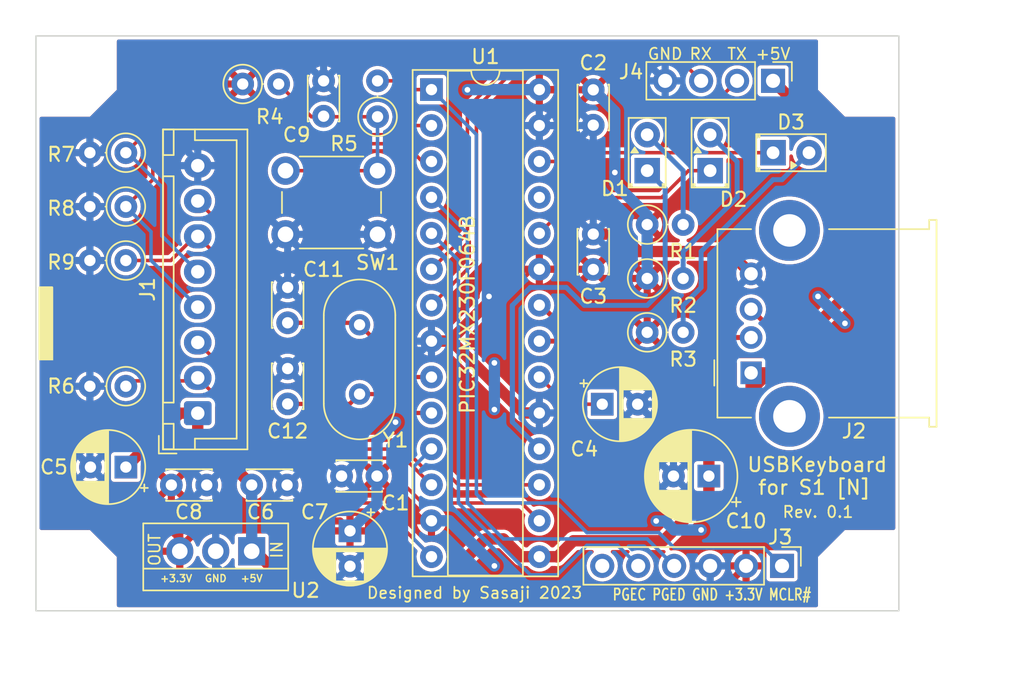
<source format=kicad_pcb>
(kicad_pcb (version 20211014) (generator pcbnew)
  (title_block (title "USBKeyboard4S1 N") (date "2023-04-19") (rev "0.1") (comment 1 "Designed by Sasaji 2023") (comment 2 "Supported Case is TAKACHI SW-65"))
  (layers (0 "F.Cu" signal) (31 "B.Cu" signal) (34 "B.Paste" user) (35 "F.Paste" user) (36 "B.SilkS" user "B.Silkscreen") (37 "F.SilkS" user "F.Silkscreen") (38 "B.Mask" user) (39 "F.Mask" user) (44 "Edge.Cuts" user))
  (net 0 "")
  (net 1 "+3.3V")
  (net 2 "GND")
  (net 3 "Net-(C4-Pad1)")
  (net 4 "+5V")
  (net 5 "Net-(C9-Pad2)")
  (net 6 "OSCI")
  (net 7 "OSCO")
  (net 8 "KATA_LED")
  (net 9 "/KATA_LED_V")
  (net 10 "HIRA_LED")
  (net 11 "/HIRA_LED_V")
  (net 12 "CAPS_LED")
  (net 13 "/CAPS_LED_V")
  (net 14 "HPP")
  (net 15 "Y")
  (net 16 "KRES2")
  (net 17 "KRES1")
  (net 18 "LED")
  (net 19 "BREAK")
  (net 20 "D-")
  (net 21 "D+")
  (net 23 "~{MCLR}")
  (net 24 "PGED")
  (net 25 "PGEC")
  (net 27 "U1RX")
  (net 28 "U1TX")
  (footprint "Connector_PinHeader_2.54mm:PinHeader_1x04_P2.54mm_Vertical" (layer "F.Cu") (at 157.48 69.215 -90)
    (fp_text reference "J4")
    (fp_text value "Conn_01x04")
  )
  (footprint "Package_TO_SOT_THT:TO-262-3_Vertical" (layer "F.Cu") (at 120.65 102.47 180)
    (fp_text reference "U2")
    (fp_text value "LP2950-3.3_TO252")
  )
  (footprint "Capacitor_THT:C_Disc_D3.0mm_W2.0mm_P2.50mm" (layer "F.Cu") (at 117.475 97.79 180)
    (fp_text reference "C8")
    (fp_text value "0.1u")
  )
  (footprint "Capacitor_THT:CP_Radial_D5.0mm_P2.50mm" (layer "F.Cu") (at 127.595 101.029888 -90)
    (fp_text reference "C7")
    (fp_text value "47u")
  )
  (footprint "LED_THT:LED_D2.0mm_W4.8mm_H2.5mm_FlatTop" (layer "F.Cu") (at 148.59 75.565 90)
    (fp_text reference "D1")
    (fp_text value "LED Red")
  )
  (footprint "MountingHole:MountingHole_2.2mm_M2" (layer "F.Cu") (at 108.585 69.215)
    (fp_text reference "REF**" hide)
    (fp_text value "MountingHole_2.2mm_M2" hide)
  )
  (footprint "Capacitor_THT:C_Disc_D3.0mm_W2.0mm_P2.50mm" (layer "F.Cu") (at 123.15 97.79 180)
    (fp_text reference "C6")
    (fp_text value "0.1u")
  )
  (footprint "MountingHole:MountingHole_2.2mm_M2" (layer "F.Cu") (at 163.195 69.215)
    (fp_text reference "REF**" hide)
    (fp_text value "MountingHole_2.2mm_M2" hide)
  )
  (footprint "Resistor_THT:R_Axial_DIN0207_L6.3mm_D2.5mm_P2.54mm_Vertical" (layer "F.Cu") (at 120.015 69.44)
    (fp_text reference "R4")
    (fp_text value "10k")
  )
  (footprint "Resistor_THT:R_Axial_DIN0207_L6.3mm_D2.5mm_P2.54mm_Vertical" (layer "F.Cu") (at 111.76 74.295 180)
    (fp_text reference "R7")
    (fp_text value "10k")
  )
  (footprint "Crystal:Crystal_HC18-U_Vertical" (layer "F.Cu") (at 128.27 91.36 90)
    (fp_text reference "Y1")
    (fp_text value "12MHz")
  )
  (footprint "Capacitor_THT:C_Disc_D3.0mm_W2.0mm_P2.50mm" (layer "F.Cu") (at 129.5 97.155 180)
    (fp_text reference "C1")
    (fp_text value "1u")
  )
  (footprint "Connector_PinHeader_2.54mm:PinHeader_1x06_P2.54mm_Vertical" (layer "F.Cu") (at 158.115 103.505 -90)
    (fp_text reference "J3")
    (fp_text value "Conn_01x06")
  )
  (footprint "Resistor_THT:R_Axial_DIN0207_L6.3mm_D2.5mm_P2.54mm_Vertical" (layer "F.Cu") (at 129.54 71.755 90)
    (fp_text reference "R5")
    (fp_text value "1k")
  )
  (footprint "Capacitor_THT:C_Disc_D3.0mm_W2.0mm_P2.50mm" (layer "F.Cu") (at 144.78 69.85 -90)
    (fp_text reference "C2")
    (fp_text value "0.1u")
  )
  (footprint "MountingHole:MountingHole_2.2mm_M2" (layer "F.Cu") (at 163.195 103.505)
    (fp_text reference "REF**" hide)
    (fp_text value "MountingHole_2.2mm_M2" hide)
  )
  (footprint "Capacitor_THT:CP_Radial_D6.3mm_P2.50mm" (layer "F.Cu") (at 152.94738 97.155 180)
    (fp_text reference "C10")
    (fp_text value "100u")
  )
  (footprint "MyLibrary:USB_A_Horizontal" (layer "F.Cu") (at 155.93 89.86 90)
    (fp_text reference "J2")
    (fp_text value "USB_A")
  )
  (footprint "Capacitor_THT:C_Disc_D3.0mm_W2.0mm_P2.50mm" (layer "F.Cu") (at 144.78 82.55 90)
    (fp_text reference "C3")
    (fp_text value "1u")
  )
  (footprint "Resistor_THT:R_Axial_DIN0207_L6.3mm_D2.5mm_P2.54mm_Vertical" (layer "F.Cu") (at 111.76 90.805 180)
    (fp_text reference "R6")
    (fp_text value "10k")
  )
  (footprint "Capacitor_THT:CP_Radial_D5.0mm_P2.50mm" (layer "F.Cu") (at 145.415 92.075)
    (fp_text reference "C4")
    (fp_text value "10u")
  )
  (footprint "Resistor_THT:R_Axial_DIN0207_L6.3mm_D2.5mm_P2.54mm_Vertical" (layer "F.Cu") (at 148.59 79.375)
    (fp_text reference "R1")
    (fp_text value "330")
  )
  (footprint "LED_THT:LED_D2.0mm_W4.8mm_H2.5mm_FlatTop" (layer "F.Cu") (at 157.48 74.295)
    (fp_text reference "D3")
    (fp_text value "LED Red")
  )
  (footprint "Package_DIP:DIP-28_W7.62mm_Socket" (layer "F.Cu") (at 133.35 69.835)
    (fp_text reference "U1")
    (fp_text value "PIC32MX230F064B")
  )
  (footprint "Capacitor_THT:CP_Radial_D5.0mm_P2.50mm" (layer "F.Cu") (at 111.76 96.52 180)
    (fp_text reference "C5")
    (fp_text value "47u")
  )
  (footprint "Resistor_THT:R_Axial_DIN0207_L6.3mm_D2.5mm_P2.54mm_Vertical" (layer "F.Cu") (at 111.76 78.105 180)
    (fp_text reference "R8")
    (fp_text value "10k")
  )
  (footprint "Resistor_THT:R_Axial_DIN0207_L6.3mm_D2.5mm_P2.54mm_Vertical" (layer "F.Cu") (at 148.59 86.995)
    (fp_text reference "R3")
    (fp_text value "330")
  )
  (footprint "Capacitor_THT:C_Disc_D3.0mm_W2.0mm_P2.50mm" (layer "F.Cu") (at 123.19 83.82 -90)
    (fp_text reference "C11")
    (fp_text value "22p")
  )
  (footprint "Capacitor_THT:C_Disc_D3.0mm_W2.0mm_P2.50mm" (layer "F.Cu") (at 125.73 69.215 -90)
    (fp_text reference "C9")
    (fp_text value "0.1u")
  )
  (footprint "Resistor_THT:R_Axial_DIN0207_L6.3mm_D2.5mm_P2.54mm_Vertical" (layer "F.Cu") (at 111.76 81.915 180)
    (fp_text reference "R9")
    (fp_text value "10k")
  )
  (footprint "Button_Switch_THT:SW_PUSH_6mm" (layer "F.Cu") (at 129.54 80.065 180)
    (fp_text reference "SW1")
    (fp_text value "SW_Push_Dual")
  )
  (footprint "LED_THT:LED_D2.0mm_W4.8mm_H2.5mm_FlatTop" (layer "F.Cu") (at 153.035 75.565 90)
    (fp_text reference "D2")
    (fp_text value "LED Green")
  )
  (footprint "Resistor_THT:R_Axial_DIN0207_L6.3mm_D2.5mm_P2.54mm_Vertical" (layer "F.Cu") (at 148.59 83.185)
    (fp_text reference "R2")
    (fp_text value "220")
  )
  (footprint "MountingHole:MountingHole_2.2mm_M2" (layer "F.Cu") (at 108.585 103.505)
    (fp_text reference "REF**" hide)
    (fp_text value "MountingHole_2.2mm_M2" hide)
  )
  (footprint "Capacitor_THT:C_Disc_D3.0mm_W2.0mm_P2.50mm" (layer "F.Cu") (at 123.19 89.555 -90)
    (fp_text reference "C12")
    (fp_text value "22p")
  )
  (footprint "Connector_JST:JST_XH_B8B-XH-A_1x08_P2.50mm_Vertical" (layer "F.Cu") (at 116.84 92.71 90)
    (fp_text reference "J1")
    (fp_text value "Conn_01x08")
  )
  (gr_poly (pts (xy 152.4 74.295) (xy 151.892 74.295) (xy 152.146 73.914)) (layer "F.SilkS") (width 0.1) (fill solid))
  (gr_poly (pts (xy 159.131 75.185954) (xy 158.75 75.439954) (xy 158.75 74.931954)) (layer "F.SilkS") (width 0.1) (fill solid))
  (gr_poly (pts (xy 147.955 74.295) (xy 147.447 74.295) (xy 147.701 73.914)) (layer "F.SilkS") (width 0.1) (fill solid))
  (gr_poly (pts (xy 106.553 88.9) (xy 105.664 88.9) (xy 105.664 83.82) (xy 106.553 83.82)) (layer "F.SilkS") (width 0.15) (fill solid))
  (gr_rect (start 105.41 66.04) (end 166.37 106.68) (layer "Edge.Cuts") (width 0.1) (fill none))
  (gr_text "USBKeyboard\n for S1 [N]" (at 155.575 97.155) (layer "F.SilkS") (effects (font (size 1 1)) (justify left)))
  (gr_text "Rev. 0.1" (at 160.655 99.695) (layer "F.SilkS") (effects (font (size 0.8 0.8) (thickness 0.12))))
  (gr_text "Designed by Sasaji 2023" (at 136.398 105.41) (layer "F.SilkS") (effects (font (size 0.8 0.8) (thickness 0.12))))
  (segment (start 144.765 82.535) (end 144.78 82.55) (width 0.5) (layer "F.Cu") (net 1))
  (segment (start 149.225 100.33) (end 147.701 100.33) (width 0.3) (layer "F.Cu") (net 1))
  (segment (start 140.335 96.52) (end 137.795 93.98) (width 0.3) (layer "F.Cu") (net 1))
  (segment (start 155.575 100.965) (end 155.575 103.505) (width 0.3) (layer "F.Cu") (net 1))
  (segment (start 106.68 97.536) (end 106.68 74.168) (width 0.5) (layer "F.Cu") (net 1))
  (segment (start 143.51 78.74) (end 142.875 79.375) (width 0.5) (layer "F.Cu") (net 1))
  (segment (start 131.445 93.98) (end 130.81 93.345) (width 0.3) (layer "F.Cu") (net 1))
  (segment (start 135.89 67.31) (end 135.89 69.85) (width 0.5) (layer "F.Cu") (net 1))
  (segment (start 142.875 82.52) (end 142.86 82.535) (width 0.5) (layer "F.Cu") (net 1))
  (segment (start 160.26 84.06) (end 160.655 84.455) (width 0.3) (layer "F.Cu") (net 1))
  (segment (start 140.97 82.535) (end 142.86 82.535) (width 0.5) (layer "F.Cu") (net 1))
  (segment (start 139.7 105.41) (end 153.67 105.41) (width 0.5) (layer "F.Cu") (net 1))
  (segment (start 153.67 85.09) (end 154.7 84.06) (width 0.3) (layer "F.Cu") (net 1))
  (segment (start 137.795 93.98) (end 137.795 92.456) (width 0.3) (layer "F.Cu") (net 1))
  (segment (start 132.7 100.315) (end 132.08 99.695) (width 0.5) (layer "F.Cu") (net 1))
  (segment (start 122.145 67.31) (end 135.89 67.31) (width 0.5) (layer "F.Cu") (net 1))
  (segment (start 144.78 82.55) (end 145.415 83.185) (width 0.5) (layer "F.Cu") (net 1))
  (segment (start 114.975 97.79) (end 113.07 99.695) (width 0.5) (layer "F.Cu") (net 1))
  (segment (start 115.57 102.47) (end 115.57 101.6) (width 0.5) (layer "F.Cu") (net 1))
  (segment (start 145.415 83.185) (end 148.59 83.185) (width 0.5) (layer "F.Cu") (net 1))
  (segment (start 143.891 96.52) (end 140.335 96.52) (width 0.3) (layer "F.Cu") (net 1))
  (segment (start 137.795 103.505) (end 139.7 105.41) (width 0.5) (layer "F.Cu") (net 1))
  (segment (start 140.985 69.85) (end 140.97 69.835) (width 0.5) (layer "F.Cu") (net 1))
  (segment (start 126.895112 100.33) (end 117.475 100.33) (width 0.5) (layer "F.Cu") (net 1))
  (segment (start 142.875 79.375) (end 142.875 82.52) (width 0.5) (layer "F.Cu") (net 1))
  (segment (start 153.67 105.41) (end 155.575 103.505) (width 0.5) (layer "F.Cu") (net 1))
  (segment (start 148.59 86.995) (end 148.59 83.185) (width 0.5) (layer "F.Cu") (net 1))
  (segment (start 154.7 84.06) (end 160.26 84.06) (width 0.3) (layer "F.Cu") (net 1))
  (segment (start 111.76 72.39) (end 114.71 69.44) (width 0.5) (layer "F.Cu") (net 1))
  (segment (start 147.955 78.74) (end 143.51 78.74) (width 0.5) (layer "F.Cu") (net 1))
  (segment (start 120.015 69.44) (end 122.145 67.31) (width 0.5) (layer "F.Cu") (net 1))
  (segment (start 132.08 99.695) (end 132.04 99.695) (width 0.5) (layer "F.Cu") (net 1))
  (segment (start 115.57 102.235) (end 115.57 102.47) (width 0.5) (layer "F.Cu") (net 1))
  (segment (start 114.975 100.925) (end 114.975 97.79) (width 0.5) (layer "F.Cu") (net 1))
  (segment (start 142.86 82.535) (end 144.765 82.535) (width 0.5) (layer "F.Cu") (net 1))
  (segment (start 108.458 72.39) (end 111.76 72.39) (width 0.5) (layer "F.Cu") (net 1))
  (segment (start 148.59 79.375) (end 147.955 78.74) (width 0.5) (layer "F.Cu") (net 1))
  (segment (start 138.43 84.582) (end 140.477 82.535) (width 0.3) (layer "F.Cu") (net 1))
  (segment (start 136.271 93.98) (end 131.445 93.98) (width 0.3) (layer "F.Cu") (net 1))
  (segment (start 114.71 69.44) (end 120.015 69.44) (width 0.5) (layer "F.Cu") (net 1))
  (segment (start 162.56 86.36) (end 163.195 86.995) (width 0.3) (layer "F.Cu") (net 1))
  (segment (start 137.795 92.456) (end 136.271 93.98) (width 0.3) (layer "F.Cu") (net 1))
  (segment (start 147.701 100.33) (end 143.891 96.52) (width 0.3) (layer "F.Cu") (net 1))
  (segment (start 148.59 83.185) (end 150.495 85.09) (width 0.3) (layer "F.Cu") (net 1))
  (segment (start 144.78 69.85) (end 140.985 69.85) (width 0.5) (layer "F.Cu") (net 1))
  (segment (start 163.195 93.345) (end 155.575 100.965) (width 0.3) (layer "F.Cu") (net 1))
  (segment (start 108.839 99.695) (end 106.68 97.536) (width 0.5) (layer "F.Cu") (net 1))
  (segment (start 117.475 100.33) (end 115.57 102.235) (width 0.5) (layer "F.Cu") (net 1))
  (segment (start 115.57 101.6) (end 114.935 100.965) (width 0.5) (layer "F.Cu") (net 1))
  (segment (start 106.68 74.168) (end 108.458 72.39) (width 0.5) (layer "F.Cu") (net 1))
  (segment (start 114.935 100.965) (end 114.975 100.925) (width 0.5) (layer "F.Cu") (net 1))
  (segment (start 113.07 99.695) (end 108.839 99.695) (width 0.5) (layer "F.Cu") (net 1))
  (segment (start 155.575 100.965) (end 152.4 100.965) (width 0.3) (layer "F.Cu") (net 1))
  (segment (start 132.04 99.695) (end 129.5 97.155) (width 0.5) (layer "F.Cu") (net 1))
  (segment (start 150.495 85.09) (end 153.67 85.09) (width 0.3) (layer "F.Cu") (net 1))
  (segment (start 163.195 86.995) (end 163.195 93.345) (width 0.3) (layer "F.Cu") (net 1))
  (segment (start 133.35 100.315) (end 132.7 100.315) (width 0.5) (layer "F.Cu") (net 1))
  (segment (start 127.595 101.029888) (end 126.895112 100.33) (width 0.5) (layer "F.Cu") (net 1))
  (segment (start 138.43 88.519) (end 138.43 84.582) (width 0.3) (layer "F.Cu") (net 1))
  (segment (start 140.477 82.535) (end 140.97 82.535) (width 0.3) (layer "F.Cu") (net 1))
  (segment (start 137.795 89.154) (end 138.43 88.519) (width 0.3) (layer "F.Cu") (net 1))
  (via (at 130.81 93.345) (size 0.8) (drill 0.4) (layers "F.Cu" "B.Cu") (net 1))
  (via (at 160.655 84.455) (size 0.8) (drill 0.4) (layers "F.Cu" "B.Cu") (net 1))
  (via (at 146.304 75.692) (size 0.8) (drill 0.4) (layers "F.Cu" "B.Cu") (net 1))
  (via (at 137.795 92.456) (size 0.8) (drill 0.4) (layers "F.Cu" "B.Cu") (net 1))
  (via (at 135.89 69.85) (size 0.8) (drill 0.4) (layers "F.Cu" "B.Cu") (net 1))
  (via (at 137.795 103.505) (size 0.8) (drill 0.4) (layers "F.Cu" "B.Cu") (net 1))
  (via (at 162.56 86.36) (size 0.8) (drill 0.4) (layers "F.Cu" "B.Cu") (net 1))
  (via (at 137.795 89.154) (size 0.8) (drill 0.4) (layers "F.Cu" "B.Cu") (net 1))
  (via (at 149.225 100.33) (size 0.8) (drill 0.4) (layers "F.Cu" "B.Cu") (net 1))
  (via (at 152.4 100.965) (size 0.8) (drill 0.4) (layers "F.Cu" "B.Cu") (net 1))
  (segment (start 146.304 75.692) (end 146.304 71.374) (width 0.8) (layer "B.Cu") (net 1))
  (segment (start 127.595 101.005) (end 127.595 101.029888) (width 0.5) (layer "B.Cu") (net 1))
  (segment (start 129.5 97.155) (end 129.5 99.1) (width 0.8) (layer "B.Cu") (net 1))
  (segment (start 135.905 69.835) (end 140.97 69.835) (width 0.8) (layer "B.Cu") (net 1))
  (segment (start 149.86 100.33) (end 149.225 100.33) (width 0.8) (layer "B.Cu") (net 1))
  (segment (start 160.655 84.455) (end 162.56 86.36) (width 0.8) (layer "B.Cu") (net 1))
  (segment (start 135.89 69.85) (end 135.905 69.835) (width 0.5) (layer "B.Cu") (net 1))
  (segment (start 148.59 79.375) (end 148.59 83.185) (width 0.8) (layer "B.Cu") (net 1))
  (segment (start 150.495 100.965) (end 149.86 100.33) (width 0.8) (layer "B.Cu") (net 1))
  (segment (start 146.304 76.454) (end 146.304 75.692) (width 0.8) (layer "B.Cu") (net 1))
  (segment (start 129.5 94.655) (end 130.81 93.345) (width 0.8) (layer "B.Cu") (net 1))
  (segment (start 148.59 78.74) (end 146.304 76.454) (width 0.8) (layer "B.Cu") (net 1))
  (segment (start 137.795 92.456) (end 137.795 89.154) (width 0.8) (layer "B.Cu") (net 1))
  (segment (start 152.4 100.965) (end 150.495 100.965) (width 0.8) (layer "B.Cu") (net 1))
  (segment (start 133.35 100.315) (end 133.97 100.315) (width 0.5) (layer "B.Cu") (net 1))
  (segment (start 134.605 100.315) (end 133.97 100.315) (width 0.8) (layer "B.Cu") (net 1))
  (segment (start 129.5 97.155) (end 129.5 94.655) (width 0.8) (layer "B.Cu") (net 1))
  (segment (start 137.795 103.505) (end 134.605 100.315) (width 0.8) (layer "B.Cu") (net 1))
  (segment (start 129.5 99.1) (end 127.595 101.005) (width 0.8) (layer "B.Cu") (net 1))
  (segment (start 146.304 71.374) (end 144.78 69.85) (width 0.8) (layer "B.Cu") (net 1))
  (segment (start 148.59 79.375) (end 148.59 78.74) (width 0.8) (layer "B.Cu") (net 1))
  (segment (start 139.851075 92.695) (end 134.771075 87.615) (width 0.8) (layer "F.Cu") (net 2))
  (segment (start 154.35 81.28) (end 155.93 82.86) (width 0.8) (layer "F.Cu") (net 2))
  (segment (start 134.635 87.615) (end 133.35 87.615) (width 0.8) (layer "F.Cu") (net 2))
  (segment (start 137.414 84.455) (end 137.414 84.836) (width 0.8) (layer "F.Cu") (net 2))
  (segment (start 144.78 80.05) (end 146.725 80.05) (width 0.8) (layer "F.Cu") (net 2))
  (segment (start 134.771075 87.615) (end 133.35 87.615) (width 0.8) (layer "F.Cu") (net 2))
  (segment (start 137.414 84.836) (end 134.635 87.615) (width 0.8) (layer "F.Cu") (net 2))
  (segment (start 146.725 80.05) (end 147.955 81.28) (width 0.8) (layer "F.Cu") (net 2))
  (segment (start 140.97 92.695) (end 139.851075 92.695) (width 0.8) (layer "F.Cu") (net 2))
  (segment (start 147.955 81.28) (end 154.35 81.28) (width 0.8) (layer "F.Cu") (net 2))
  (via (at 137.414 84.455) (size 0.8) (drill 0.4) (layers "F.Cu" "B.Cu") (net 2))
  (segment (start 118.11 98.425) (end 118.11 102.47) (width 0.5) (layer "B.Cu") (net 2))
  (segment (start 132.7 88.265) (end 133.35 87.615) (width 0.5) (layer "B.Cu") (net 2))
  (segment (start 124.48 88.265) (end 132.7 88.265) (width 0.5) (layer "B.Cu") (net 2))
  (segment (start 127.595 103.529888) (end 129.475112 105.41) (width 0.5) (layer "B.Cu") (net 2))
  (segment (start 125.73 69.215) (end 125.73 67.31) (width 0.5) (layer "B.Cu") (net 2))
  (segment (start 144.78 80.05) (end 144.78 72.35) (width 0.5) (layer "B.Cu") (net 2))
  (segment (start 129.127846 66.897846) (end 125.317846 66.897846) (width 0.5) (layer "B.Cu") (net 2))
  (segment (start 121.285 95.885) (end 125.73 95.885) (width 0.5) (layer "B.Cu") (net 2))
  (segment (start 126.349888 104.775) (end 119.38 104.775) (width 0.5) (layer "B.Cu") (net 2))
  (segment (start 109.22 96.48) (end 109.26 96.52) (width 0.5) (layer "B.Cu") (net 2))
  (segment (start 153.67 85.09) (end 153.7 85.09) (width 0.5) (layer "B.Cu") (net 2))
  (segment (start 109.22 81.915) (end 109.22 90.805) (width 0.5) (layer "B.Cu") (net 2))
  (segment (start 119.38 104.775) (end 118.11 103.505) (width 0.5) (layer "B.Cu") (net 2))
  (segment (start 123.04 80.065) (end 118.185 75.21) (width 0.5) (layer "B.Cu") (net 2))
  (segment (start 116.84 75.21) (end 116.84 74.93) (width 0.5) (layer "B.Cu") (net 2))
  (segment (start 143.55 81.28) (end 144.78 80.05) (width 0.3) (layer "B.Cu") (net 2))
  (segment (start 120.65 95.885) (end 120.65 92.095) (width 0.5) (layer "B.Cu") (net 2))
  (segment (start 153.7 85.09) (end 155.93 82.86) (width 0.5) (layer "B.Cu") (net 2))
  (segment (start 121.285 85.725) (end 123.19 83.82) (width 0.5) (layer "B.Cu") (net 2))
  (segment (start 109.22 74.295) (end 109.22 78.105) (width 0.5) (layer "B.Cu") (net 2))
  (segment (start 118.185 75.21) (end 116.84 75.21) (width 0.5) (layer "B.Cu") (net 2))
  (segment (start 151.765 92.075) (end 153.67 90.17) (width 0.5) (layer "B.Cu") (net 2))
  (segment (start 150.44738 97.155) (end 150.44738 94.60738) (width 0.5) (layer "B.Cu") (net 2))
  (segment (start 125.73 95.885) (end 127 97.155) (width 0.5) (layer "B.Cu") (net 2))
  (segment (start 125.317846 66.897846) (end 114.712154 66.897846) (width 0.5) (layer "B.Cu") (net 2))
  (segment (start 120.65 92.095) (end 123.19 89.555) (width 0.5) (layer "B.Cu") (net 2))
  (segment (start 129.475112 105.41) (end 153.035 105.41) (width 0.5) (layer "B.Cu") (net 2))
  (segment (start 142.875 70.485) (end 142.875 67.120692) (width 0.5) (layer "B.Cu") (net 2))
  (segment (start 150.44738 94.60738) (end 147.915 92.075) (width 0.5) (layer "B.Cu") (net 2))
  (segment (start 123.19 89.555) (end 121.285 87.65) (width 0.5) (layer "B.Cu") (net 2))
  (segment (start 147.915 92.075) (end 151.765 92.075) (width 0.5) (layer "B.Cu") (net 2))
  (segment (start 116.84 74.93) (end 113.03 71.12) (width 0.5) (layer "B.Cu") (net 2))
  (segment (start 142.652154 66.897846) (end 129.127846 66.897846) (width 0.5) (layer "B.Cu") (net 2))
  (segment (start 140.97 72.375) (end 144.755 72.375) (width 0.5) (layer "B.Cu") (net 2))
  (segment (start 127.595 103.529888) (end 126.349888 104.775) (width 0.5) (layer "B.Cu") (net 2))
  (segment (start 118.11 103.505) (end 118.11 102.47) (width 0.5) (layer "B.Cu") (net 2))
  (segment (start 153.035 105.41) (end 153.035 103.505) (width 0.5) (layer "B.Cu") (net 2))
  (segment (start 123.19 80.215) (end 123.04 80.065) (width 0.5) (layer "B.Cu") (net 2))
  (segment (start 123.04 80.065) (end 129.54 80.065) (width 0.5) (layer "B.Cu") (net 2))
  (segment (start 113.03 71.12) (end 109.855 74.295) (width 0.5) (layer "B.Cu") (net 2))
  (segment (start 123.19 89.555) (end 124.48 88.265) (width 0.5) (layer "B.Cu") (net 2))
  (segment (start 149.86 69.215) (end 147.542846 66.897846) (width 0.5) (layer "B.Cu") (net 2))
  (segment (start 114.712154 66.897846) (end 113.03 68.58) (width 0.5) (layer "B.Cu") (net 2))
  (segment (start 118.11 103.27) (end 118.11 102.87) (width 0.5) (layer "B.Cu") (net 2))
  (segment (start 117.475 97.79) (end 118.11 98.425) (width 0.5) (layer "B.Cu") (net 2))
  (segment (start 123.19 83.82) (end 123.19 80.215) (width 0.5) (layer "B.Cu") (net 2))
  (segment (start 142.86 70.485) (end 142.875 70.485) (width 0.5) (layer "B.Cu") (net 2))
  (segment (start 119.38 95.885) (end 120.65 95.885) (width 0.5) (layer "B.Cu") (net 2))
  (segment (start 121.285 95.925) (end 121.285 95.885) (width 0.5) (layer "B.Cu") (net 2))
  (segment (start 142.875 67.120692) (end 142.652154 66.897846) (width 0.5) (layer "B.Cu") (net 2))
  (segment (start 120.65 95.885) (end 121.285 95.885) (width 0.5) (layer "B.Cu") (net 2))
  (segment (start 113.03 68.58) (end 113.03 71.12) (width 0.5) (layer "B.Cu") (net 2))
  (segment (start 140.97 72.375) (end 142.86 70.485) (width 0.5) (layer "B.Cu") (net 2))
  (segment (start 117.475 97.79) (end 119.38 95.885) (width 0.5) (layer "B.Cu") (net 2))
  (segment (start 109.22 90.805) (end 109.22 96.48) (width 0.5) (layer "B.Cu") (net 2))
  (segment (start 139.7 81.28) (end 143.55 81.28) (width 0.3) (layer "B.Cu") (net 2))
  (segment (start 137.414 84.455) (end 137.414 83.566) (width 0.3) (layer "B.Cu") (net 2))
  (segment (start 142.652154 66.897846) (end 147.542846 66.897846) (width 0.5) (layer "B.Cu") (net 2))
  (segment (start 109.855 74.295) (end 109.22 74.295) (width 0.5) (layer "B.Cu") (net 2))
  (segment (start 121.285 87.65) (end 121.285 85.725) (width 0.5) (layer "B.Cu") (net 2))
  (segment (start 125.73 67.31) (end 125.317846 66.897846) (width 0.5) (layer "B.Cu") (net 2))
  (segment (start 153.67 90.17) (end 153.67 85.09) (width 0.5) (layer "B.Cu") (net 2))
  (segment (start 137.414 83.566) (end 139.7 81.28) (width 0.3) (layer "B.Cu") (net 2))
  (segment (start 123.15 97.79) (end 121.285 95.925) (width 0.5) (layer "B.Cu") (net 2))
  (segment (start 109.22 78.105) (end 109.22 81.915) (width 0.5) (layer "B.Cu") (net 2))
  (segment (start 145.415 92.075) (end 142.89 92.075) (width 0.25) (layer "F.Cu") (net 3))
  (segment (start 142.89 92.075) (end 140.97 90.155) (width 0.25) (layer "F.Cu") (net 3))
  (segment (start 155.93 91.085) (end 155.575 91.44) (width 0.8) (layer "F.Cu") (net 4))
  (segment (start 152.94738 98.51262) (end 149.733 101.727) (width 0.8) (layer "F.Cu") (net 4))
  (segment (start 142.225 102.855) (end 140.97 102.855) (width 0.8) (layer "F.Cu") (net 4))
  (segment (start 118.11 95.885) (end 118.745 95.885) (width 0.8) (layer "F.Cu") (net 4))
  (segment (start 152.94738 94.06762) (end 152.94738 97.155) (width 0.8) (layer "F.Cu") (net 4))
  (segment (start 133.35 105.41) (end 137.16 101.6) (width 0.8) (layer "F.Cu") (net 4))
  (segment (start 111.76 96.52) (end 115.57 92.71) (width 0.8) (layer "F.Cu") (net 4))
  (segment (start 155.575 91.44) (end 157.48 89.535) (width 0.8) (layer "F.Cu") (net 4))
  (segment (start 157.155 89.86) (end 155.93 89.86) (width 0.8) (layer "F.Cu") (net 4))
  (segment (start 163.195 83.82) (end 163.195 74.93) (width 0.8) (layer "F.Cu") (net 4))
  (segment (start 157.48 89.535) (end 163.195 83.82) (width 0.8) (layer "F.Cu") (net 4))
  (segment (start 123.825 105.41) (end 133.35 105.41) (width 0.8) (layer "F.Cu") (net 4))
  (segment (start 152.94738 97.155) (end 152.94738 98.51262) (width 0.8) (layer "F.Cu") (net 4))
  (segment (start 116.84 94.615) (end 118.11 95.885) (width 0.8) (layer "F.Cu") (net 4))
  (segment (start 142.24 102.87) (end 142.225 102.855) (width 0.8) (layer "F.Cu") (net 4))
  (segment (start 163.195 74.93) (end 157.48 69.215) (width 0.8) (layer "F.Cu") (net 4))
  (segment (start 118.745 95.885) (end 120.65 97.79) (width 0.8) (layer "F.Cu") (net 4))
  (segment (start 115.57 92.71) (end 116.84 92.71) (width 0.8) (layer "F.Cu") (net 4))
  (segment (start 137.16 101.6) (end 138.43 101.6) (width 0.8) (layer "F.Cu") (net 4))
  (segment (start 138.43 101.6) (end 139.685 102.855) (width 0.8) (layer "F.Cu") (net 4))
  (segment (start 149.733 101.727) (end 143.383 101.727) (width 0.8) (layer "F.Cu") (net 4))
  (segment (start 139.685 102.855) (end 140.97 102.855) (width 0.8) (layer "F.Cu") (net 4))
  (segment (start 120.885 102.47) (end 123.825 105.41) (width 0.8) (layer "F.Cu") (net 4))
  (segment (start 155.575 91.44) (end 152.94738 94.06762) (width 0.8) (layer "F.Cu") (net 4))
  (segment (start 157.48 89.535) (end 157.155 89.86) (width 0.8) (layer "F.Cu") (net 4))
  (segment (start 116.84 92.71) (end 116.84 94.615) (width 0.8) (layer "F.Cu") (net 4))
  (segment (start 155.93 89.86) (end 155.93 91.085) (width 0.8) (layer "F.Cu") (net 4))
  (segment (start 143.383 101.727) (end 142.24 102.87) (width 0.8) (layer "F.Cu") (net 4))
  (segment (start 120.65 102.47) (end 120.885 102.47) (width 0.8) (layer "F.Cu") (net 4))
  (segment (start 120.65 102.47) (end 120.65 97.79) (width 0.8) (layer "B.Cu") (net 4))
  (segment (start 125.095 71.755) (end 124.87 71.755) (width 0.25) (layer "F.Cu") (net 5))
  (segment (start 125.73 71.715) (end 125.135 71.715) (width 0.25) (layer "F.Cu") (net 5))
  (segment (start 129.54 71.755) (end 125.77 71.755) (width 0.25) (layer "F.Cu") (net 5))
  (segment (start 125.135 71.715) (end 125.095 71.755) (width 0.25) (layer "F.Cu") (net 5))
  (segment (start 124.87 71.755) (end 122.555 69.44) (width 0.25) (layer "F.Cu") (net 5))
  (segment (start 123.04 75.565) (end 129.54 75.565) (width 0.25) (layer "F.Cu") (net 5))
  (segment (start 125.77 71.755) (end 125.73 71.715) (width 0.25) (layer "F.Cu") (net 5))
  (segment (start 129.54 71.755) (end 129.54 75.565) (width 0.25) (layer "B.Cu") (net 5))
  (segment (start 132.08 90.17) (end 131.98 90.17) (width 0.25) (layer "F.Cu") (net 6))
  (segment (start 132.095 90.155) (end 132.08 90.17) (width 0.25) (layer "F.Cu") (net 6))
  (segment (start 131.98 90.17) (end 128.27 86.46) (width 0.3) (layer "F.Cu") (net 6))
  (segment (start 133.35 90.155) (end 132.095 90.155) (width 0.3) (layer "F.Cu") (net 6))
  (segment (start 128.13 86.32) (end 128.27 86.46) (width 0.25) (layer "F.Cu") (net 6))
  (segment (start 123.19 86.32) (end 128.13 86.32) (width 0.3) (layer "F.Cu") (net 6))
  (segment (start 123.19 92.055) (end 127.575 92.055) (width 0.3) (layer "F.Cu") (net 7))
  (segment (start 127.575 92.055) (end 128.27 91.36) (width 0.3) (layer "F.Cu") (net 7))
  (segment (start 130.73 91.36) (end 128.27 91.36) (width 0.3) (layer "F.Cu") (net 7))
  (segment (start 132.08 92.71) (end 130.73 91.36) (width 0.3) (layer "F.Cu") (net 7))
  (segment (start 132.095 92.695) (end 132.08 92.71) (width 0.25) (layer "F.Cu") (net 7))
  (segment (start 133.35 92.695) (end 132.095 92.695) (width 0.3) (layer "F.Cu") (net 7))
  (segment (start 144.145 85.09) (end 142.875 83.82) (width 0.35) (layer "B.Cu") (net 8))
  (segment (start 139.08 93.345) (end 139.065 93.345) (width 0.25) (layer "B.Cu") (net 8))
  (segment (start 140.97 95.235) (end 139.08 93.345) (width 0.25) (layer "B.Cu") (net 8))
  (segment (start 139.065 93.345) (end 139.065 85.09) (width 0.35) (layer "B.Cu") (net 8))
  (segment (start 139.065 93.33) (end 140.97 95.235) (width 0.35) (layer "B.Cu") (net 8))
  (segment (start 149.86 76.835) (end 149.86 83.82) (width 0.35) (layer "B.Cu") (net 8))
  (segment (start 140.335 83.82) (end 139.065 85.09) (width 0.35) (layer "B.Cu") (net 8))
  (segment (start 142.875 83.82) (end 140.335 83.82) (width 0.35) (layer "B.Cu") (net 8))
  (segment (start 139.065 85.09) (end 139.065 93.33) (width 0.35) (layer "B.Cu") (net 8))
  (segment (start 148.59 75.565) (end 149.86 76.835) (width 0.35) (layer "B.Cu") (net 8))
  (segment (start 149.86 83.82) (end 148.59 85.09) (width 0.35) (layer "B.Cu") (net 8))
  (segment (start 148.59 85.09) (end 144.145 85.09) (width 0.35) (layer "B.Cu") (net 8))
  (segment (start 151.13 79.375) (end 151.13 75.565) (width 0.35) (layer "B.Cu") (net 9))
  (segment (start 151.13 75.565) (end 148.59 73.025) (width 0.35) (layer "B.Cu") (net 9))
  (segment (start 143.495 77.47) (end 149.606 77.47) (width 0.25) (layer "F.Cu") (net 10))
  (segment (start 149.606 77.47) (end 151.511 75.565) (width 0.25) (layer "F.Cu") (net 10))
  (segment (start 140.97 79.995) (end 143.495 77.47) (width 0.25) (layer "F.Cu") (net 10))
  (segment (start 151.511 75.565) (end 153.035 75.565) (width 0.25) (layer "F.Cu") (net 10))
  (segment (start 151.13 83.185) (end 151.13 81.28) (width 0.35) (layer "B.Cu") (net 11))
  (segment (start 151.13 81.28) (end 154.945 77.465) (width 0.35) (layer "B.Cu") (net 11))
  (segment (start 154.945 77.465) (end 154.945 74.935) (width 0.35) (layer "B.Cu") (net 11))
  (segment (start 154.945 74.935) (end 153.035 73.025) (width 0.35) (layer "B.Cu") (net 11))
  (segment (start 142.255 74.915) (end 140.97 74.915) (width 0.25) (layer "F.Cu") (net 12))
  (segment (start 142.875 74.295) (end 142.255 74.915) (width 0.25) (layer "F.Cu") (net 12))
  (segment (start 157.48 74.295) (end 142.875 74.295) (width 0.25) (layer "F.Cu") (net 12))
  (segment (start 151.13 86.995) (end 151.13 85.09) (width 0.35) (layer "B.Cu") (net 13))
  (segment (start 152.4 83.82) (end 152.4 81.28) (width 0.35) (layer "B.Cu") (net 13))
  (segment (start 157.48 76.2) (end 158.115 76.2) (width 0.35) (layer "B.Cu") (net 13))
  (segment (start 158.115 76.2) (end 160.02 74.295) (width 0.35) (layer "B.Cu") (net 13))
  (segment (start 151.13 85.09) (end 152.4 83.82) (width 0.35) (layer "B.Cu") (net 13))
  (segment (start 152.4 81.28) (end 157.48 76.2) (width 0.35) (layer "B.Cu") (net 13))
  (segment (start 124.46 96.52) (end 127 99.06) (width 0.25) (layer "F.Cu") (net 14))
  (segment (start 121.92 96.52) (end 124.46 96.52) (width 0.25) (layer "F.Cu") (net 14))
  (segment (start 129.555 99.06) (end 133.35 102.855) (width 0.25) (layer "F.Cu") (net 14))
  (segment (start 119.815001 93.185001) (end 119.815001 94.415001) (width 0.25) (layer "F.Cu") (net 14))
  (segment (start 112.141 90.424) (end 111.76 90.805) (width 0.25) (layer "F.Cu") (net 14))
  (segment (start 116.84 90.21) (end 116.626 90.424) (width 0.25) (layer "F.Cu") (net 14))
  (segment (start 119.815001 94.415001) (end 121.92 96.52) (width 0.25) (layer "F.Cu") (net 14))
  (segment (start 127 99.06) (end 129.555 99.06) (width 0.25) (layer "F.Cu") (net 14))
  (segment (start 116.626 90.424) (end 112.141 90.424) (width 0.25) (layer "F.Cu") (net 14))
  (segment (start 116.84 90.21) (end 119.815001 93.185001) (width 0.25) (layer "F.Cu") (net 14))
  (segment (start 132.08 101.6) (end 132.095 101.6) (width 0.25) (layer "B.Cu") (net 14))
  (segment (start 133.35 95.235) (end 132.08 96.505) (width 0.25) (layer "B.Cu") (net 14))
  (segment (start 132.08 96.505) (end 132.08 101.6) (width 0.25) (layer "B.Cu") (net 14))
  (segment (start 132.095 101.6) (end 133.35 102.855) (width 0.25) (layer "B.Cu") (net 14))
  (segment (start 122.118089 95.885) (end 120.265001 94.031912) (width 0.25) (layer "F.Cu") (net 15))
  (segment (start 139.715 99.06) (end 132.715 99.06) (width 0.25) (layer "F.Cu") (net 15))
  (segment (start 118.745 89.615) (end 116.84 87.71) (width 0.25) (layer "F.Cu") (net 15))
  (segment (start 120.265001 94.031912) (end 120.265001 92.960001) (width 0.25) (layer "F.Cu") (net 15))
  (segment (start 132.715 99.06) (end 131.445 97.79) (width 0.25) (layer "F.Cu") (net 15))
  (segment (start 120.265001 92.960001) (end 118.745 91.44) (width 0.25) (layer "F.Cu") (net 15))
  (segment (start 140.97 100.315) (end 139.715 99.06) (width 0.25) (layer "F.Cu") (net 15))
  (segment (start 131.445 97.79) (end 131.445 96.522792) (width 0.25) (layer "F.Cu") (net 15))
  (segment (start 130.807208 95.885) (end 122.118089 95.885) (width 0.25) (layer "F.Cu") (net 15))
  (segment (start 131.445 96.522792) (end 130.807208 95.885) (width 0.25) (layer "F.Cu") (net 15))
  (segment (start 118.745 91.44) (end 118.745 89.615) (width 0.25) (layer "F.Cu") (net 15))
  (segment (start 132.73 74.915) (end 133.35 74.915) (width 0.25) (layer "F.Cu") (net 16))
  (segment (start 131.445 73.66) (end 132.715 74.93) (width 0.25) (layer "F.Cu") (net 16))
  (segment (start 120.015 73.66) (end 131.445 73.66) (width 0.25) (layer "F.Cu") (net 16))
  (segment (start 113.665 76.2) (end 113.665 74.93) (width 0.25) (layer "F.Cu") (net 16))
  (segment (start 111.76 78.105) (end 113.665 76.2) (width 0.25) (layer "F.Cu") (net 16))
  (segment (start 132.715 74.93) (end 132.73 74.915) (width 0.25) (layer "F.Cu") (net 16))
  (segment (start 119.38 73.025) (end 120.015 73.66) (width 0.25) (layer "F.Cu") (net 16))
  (segment (start 115.57 73.025) (end 119.38 73.025) (width 0.25) (layer "F.Cu") (net 16))
  (segment (start 113.665 74.93) (end 115.57 73.025) (width 0.25) (layer "F.Cu") (net 16))
  (segment (start 113.538 81.908) (end 113.538 79.883) (width 0.25) (layer "B.Cu") (net 16))
  (segment (start 113.538 79.883) (end 111.76 78.105) (width 0.25) (layer "B.Cu") (net 16))
  (segment (start 116.84 85.21) (end 113.538 81.908) (width 0.25) (layer "B.Cu") (net 16))
  (segment (start 120.015 72.39) (end 120.65 73.025) (width 0.25) (layer "F.Cu") (net 17))
  (segment (start 132.095 72.375) (end 133.35 72.375) (width 0.25) (layer "F.Cu") (net 17))
  (segment (start 131.445 73.025) (end 132.095 72.375) (width 0.25) (layer "F.Cu") (net 17))
  (segment (start 113.665 72.39) (end 120.015 72.39) (width 0.25) (layer "F.Cu") (net 17))
  (segment (start 120.65 73.025) (end 131.445 73.025) (width 0.25) (layer "F.Cu") (net 17))
  (segment (start 111.76 74.295) (end 113.665 72.39) (width 0.25) (layer "F.Cu") (net 17))
  (segment (start 114.3 80.17) (end 114.3 76.708) (width 0.25) (layer "B.Cu") (net 17))
  (segment (start 116.84 82.71) (end 114.3 80.17) (width 0.25) (layer "B.Cu") (net 17))
  (segment (start 114.3 76.708) (end 111.887 74.295) (width 0.25) (layer "B.Cu") (net 17))
  (segment (start 111.887 74.295) (end 111.76 74.295) (width 0.25) (layer "B.Cu") (net 17))
  (segment (start 119.38 91.438604) (end 119.38 82.75) (width 0.25) (layer "F.Cu") (net 18))
  (segment (start 114.935 81.915) (end 116.64 80.21) (width 0.25) (layer "F.Cu") (net 18))
  (segment (start 122.317573 95.25) (end 120.715001 93.647428) (width 0.25) (layer "F.Cu") (net 18))
  (segment (start 133.333604 97.775) (end 130.808604 95.25) (width 0.25) (layer "F.Cu") (net 18))
  (segment (start 116.64 80.21) (end 116.84 80.21) (width 0.25) (layer "F.Cu") (net 18))
  (segment (start 130.808604 95.25) (end 122.317573 95.25) (width 0.25) (layer "F.Cu") (net 18))
  (segment (start 120.715001 93.647428) (end 120.715001 92.773605) (width 0.25) (layer "F.Cu") (net 18))
  (segment (start 133.35 97.775) (end 133.333604 97.775) (width 0.25) (layer "F.Cu") (net 18))
  (segment (start 111.76 81.915) (end 114.935 81.915) (width 0.25) (layer "F.Cu") (net 18))
  (segment (start 119.38 82.75) (end 116.84 80.21) (width 0.25) (layer "F.Cu") (net 18))
  (segment (start 120.715001 92.773605) (end 119.38 91.438604) (width 0.25) (layer "F.Cu") (net 18))
  (segment (start 130.81 94.615) (end 122.556396 94.615) (width 0.25) (layer "F.Cu") (net 19))
  (segment (start 133.3575 96.5125) (end 133.35 96.52) (width 0.25) (layer "F.Cu") (net 19))
  (segment (start 133.35 96.52) (end 132.715 96.52) (width 0.25) (layer "F.Cu") (net 19))
  (segment (start 121.165001 92.587209) (end 120.015 91.437208) (width 0.25) (layer "F.Cu") (net 19))
  (segment (start 132.715 96.52) (end 130.81 94.615) (width 0.25) (layer "F.Cu") (net 19))
  (segment (start 120.015 80.885) (end 116.84 77.71) (width 0.25) (layer "F.Cu") (net 19))
  (segment (start 122.556396 94.615) (end 121.165001 93.223605) (width 0.25) (layer "F.Cu") (net 19))
  (segment (start 140.97 97.775) (end 135.255 97.775) (width 0.25) (layer "F.Cu") (net 19))
  (segment (start 135.255 97.775) (end 133.9925 96.5125) (width 0.25) (layer "F.Cu") (net 19))
  (segment (start 120.015 91.437208) (end 120.015 80.885) (width 0.25) (layer "F.Cu") (net 19))
  (segment (start 121.165001 93.223605) (end 121.165001 92.587209) (width 0.25) (layer "F.Cu") (net 19))
  (segment (start 133.9925 96.5125) (end 133.3575 96.5125) (width 0.25) (layer "F.Cu") (net 19))
  (segment (start 155.66 87.63) (end 155.93 87.36) (width 0.2) (layer "F.Cu") (net 20))
  (segment (start 155.39 87.36) (end 154.575 87.36) (width 0.35) (layer "F.Cu") (net 20))
  (segment (start 153.035 88.9) (end 144.907 88.9) (width 0.35) (layer "F.Cu") (net 20))
  (segment (start 141.082 85.075) (end 140.97 85.075) (width 0.35) (layer "F.Cu") (net 20))
  (segment (start 154.575 87.36) (end 153.035 88.9) (width 0.35) (layer "F.Cu") (net 20))
  (segment (start 144.907 88.9) (end 141.082 85.075) (width 0.35) (layer "F.Cu") (net 20))
  (segment (start 155.66 87.63) (end 155.39 87.36) (width 0.35) (layer "F.Cu") (net 20))
  (segment (start 153.67 89.535) (end 154.559 88.646) (width 0.35) (layer "F.Cu") (net 21))
  (segment (start 142.225 87.615) (end 144.145 89.535) (width 0.35) (layer "F.Cu") (net 21))
  (segment (start 154.559 88.646) (end 156.718 88.646) (width 0.35) (layer "F.Cu") (net 21))
  (segment (start 140.97 87.615) (end 142.225 87.615) (width 0.35) (layer "F.Cu") (net 21))
  (segment (start 157.226 86.656) (end 155.93 85.36) (width 0.35) (layer "F.Cu") (net 21))
  (segment (start 144.145 89.535) (end 153.67 89.535) (width 0.35) (layer "F.Cu") (net 21))
  (segment (start 156.718 88.646) (end 157.226 88.138) (width 0.35) (layer "F.Cu") (net 21))
  (segment (start 157.226 88.138) (end 157.226 86.656) (width 0.35) (layer "F.Cu") (net 21))
  (segment (start 133.35 69.835) (end 132.095 69.835) (width 0.25) (layer "F.Cu") (net 23))
  (segment (start 132.095 69.835) (end 132.08 69.85) (width 0.25) (layer "F.Cu") (net 23))
  (segment (start 131.445 69.215) (end 129.54 69.215) (width 0.25) (layer "F.Cu") (net 23))
  (segment (start 132.08 69.85) (end 131.445 69.215) (width 0.25) (layer "F.Cu") (net 23))
  (segment (start 150.495 102.235) (end 149.41 101.15) (width 0.25) (layer "B.Cu") (net 23))
  (segment (start 156.845 102.235) (end 150.495 102.235) (width 0.25) (layer "B.Cu") (net 23))
  (segment (start 144.33 101.15) (end 142.24 99.06) (width 0.25) (layer "B.Cu") (net 23))
  (segment (start 158.115 103.505) (end 156.845 102.235) (width 0.25) (layer "B.Cu") (net 23))
  (segment (start 137.16 99.06) (end 136.525 98.425) (width 0.25) (layer "B.Cu") (net 23))
  (segment (start 136.525 98.425) (end 136.525 73.01) (width 0.25) (layer "B.Cu") (net 23))
  (segment (start 142.24 99.06) (end 137.16 99.06) (width 0.25) (layer "B.Cu") (net 23))
  (segment (start 136.525 73.01) (end 133.35 69.835) (width 0.25) (layer "B.Cu") (net 23))
  (segment (start 149.41 101.15) (end 144.33 101.15) (width 0.25) (layer "B.Cu") (net 23))
  (segment (start 135.89 79.995) (end 135.89 99.058604) (width 0.25) (layer "B.Cu") (net 24))
  (segment (start 133.35 77.455) (end 135.89 79.995) (width 0.25) (layer "B.Cu") (net 24))
  (segment (start 135.89 99.058604) (end 138.431396 101.6) (width 0.25) (layer "B.Cu") (net 24))
  (segment (start 138.431396 101.6) (end 148.59 101.6) (width 0.25) (layer "B.Cu") (net 24))
  (segment (start 148.59 101.6) (end 150.495 103.505) (width 0.25) (layer "B.Cu") (net 24))
  (segment (start 144.33 102.05) (end 146.5 102.05) (width 0.25) (layer "B.Cu") (net 25))
  (segment (start 142.24 104.14) (end 144.33 102.05) (width 0.25) (layer "B.Cu") (net 25))
  (segment (start 133.35 79.995) (end 135.255 81.9) (width 0.25) (layer "B.Cu") (net 25))
  (segment (start 140.335 104.14) (end 142.24 104.14) (width 0.25) (layer "B.Cu") (net 25))
  (segment (start 135.255 99.06) (end 140.335 104.14) (width 0.25) (layer "B.Cu") (net 25))
  (segment (start 135.255 81.9) (end 135.255 99.06) (width 0.25) (layer "B.Cu") (net 25))
  (segment (start 146.5 102.05) (end 147.955 103.505) (width 0.25) (layer "B.Cu") (net 25))
  (segment (start 135.875 80.01) (end 135.89 80.01) (width 0.25) (layer "F.Cu") (net 27))
  (segment (start 152.4 69.215) (end 150.68 67.495) (width 0.25) (layer "F.Cu") (net 27))
  (segment (start 135.89 71.12) (end 139.515 67.495) (width 0.25) (layer "F.Cu") (net 27))
  (segment (start 135.89 80.01) (end 135.89 71.12) (width 0.25) (layer "F.Cu") (net 27))
  (segment (start 139.515 67.495) (end 150.68 67.495) (width 0.25) (layer "F.Cu") (net 27))
  (segment (start 133.35 82.535) (end 135.875 80.01) (width 0.25) (layer "F.Cu") (net 27))
  (segment (start 136.525 71.121396) (end 136.525 81.9) (width 0.25) (layer "F.Cu") (net 28))
  (segment (start 146.685 67.945) (end 139.701396 67.945) (width 0.25) (layer "F.Cu") (net 28))
  (segment (start 136.525 81.9) (end 133.35 85.075) (width 0.25) (layer "F.Cu") (net 28))
  (segment (start 154.94 69.215) (end 153.67 70.485) (width 0.25) (layer "F.Cu") (net 28))
  (segment (start 149.225 70.485) (end 146.685 67.945) (width 0.25) (layer "F.Cu") (net 28))
  (segment (start 153.67 70.485) (end 149.225 70.485) (width 0.25) (layer "F.Cu") (net 28))
  (segment (start 139.701396 67.945) (end 136.525 71.121396) (width 0.25) (layer "F.Cu") (net 28))
  (zone (net 1) (net_name "+3.3V") (layer "F.Cu") (connect_pads (clearance 0.254)) (min_thickness 0.254) (fill yes (thermal_gap 0.254) (thermal_bridge_width 0.508))
    (polygon (pts (xy 168.275 71.755) (xy 168.275 100.965) (xy 162.56 100.965) (xy 160.655 102.87) (xy 160.655 109.22) (xy 111.125 109.22) (xy 111.125 102.87) (xy 109.22 100.965) (xy 102.87 100.965) (xy 102.87 71.755) (xy 109.22 71.755) (xy 111.125 69.85) (xy 111.125 63.5) (xy 160.655 63.5) (xy 160.655 69.85) (xy 162.56 71.755)))
  )
  (zone (net 2) (net_name "GND") (layer "B.Cu") (connect_pads (clearance 0.254)) (min_thickness 0.254) (fill yes (thermal_gap 0.254) (thermal_bridge_width 0.508))
    (polygon (pts (xy 168.91 71.755) (xy 168.91 100.965) (xy 162.56 100.965) (xy 160.655 102.87) (xy 160.655 108.585) (xy 111.125 108.585) (xy 111.125 102.87) (xy 109.22 100.965) (xy 103.505 100.965) (xy 103.505 71.755) (xy 109.22 71.755) (xy 111.125 69.85) (xy 111.125 64.135) (xy 160.655 64.135) (xy 160.655 69.85) (xy 162.56 71.755)))
  )
)
</source>
